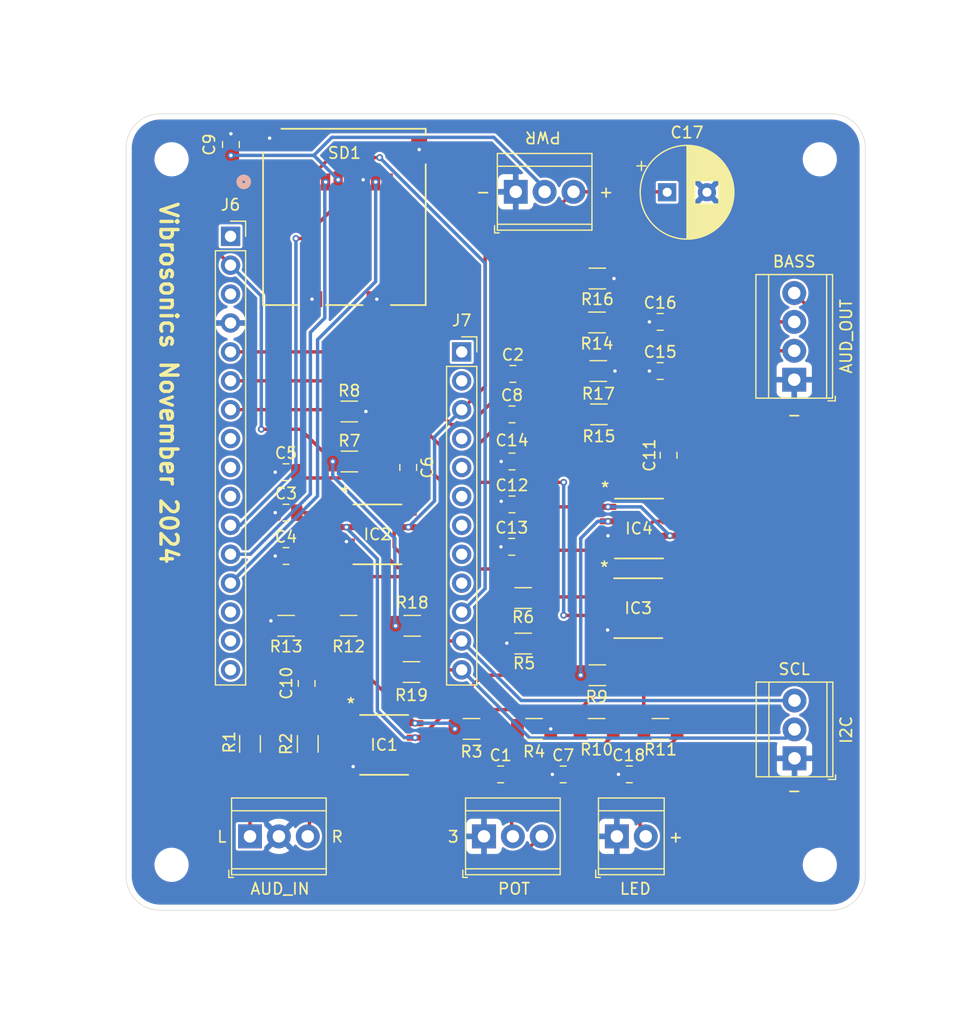
<source format=kicad_pcb>
(kicad_pcb (version 20240108) (generator "pcbnew") (generator_version "8.0")
  (layers (0 "F.Cu" signal) (31 "B.Cu" signal) (34 "B.Paste" user) (35 "F.Paste" user) (36 "B.SilkS" user "B.Silkscreen") (37 "F.SilkS" user "F.Silkscreen") (38 "B.Mask" user) (39 "F.Mask" user) (44 "Edge.Cuts" user))
  (net 0 "")
  (net 1 "GND")
  (net 2 "Net-(C2-Pad2)")
  (net 3 "Net-(C7-Pad2)")
  (net 4 "Net-(C8-Pad2)")
  (net 5 "A1")
  (net 6 "A0")
  (net 7 "3V3")
  (net 8 "A2")
  (net 9 "USB")
  (net 10 "Net-(C10-Pad2)")
  (net 11 "BASS_OUT")
  (net 12 "Net-(IC1-2IN+)")
  (net 13 "Net-(IC2-COM)")
  (net 14 "Net-(IC2-CLK)")
  (net 15 "Net-(IC2-OUT)")
  (net 16 "Net-(IC1-1IN+)")
  (net 17 "Net-(IC4-COM)")
  (net 18 "Net-(IC4-CLK)")
  (net 19 "Net-(IC1-1IN-)")
  (net 20 "Net-(IC1-2IN-)")
  (net 21 "Net-(IC1-2OUT)")
  (net 22 "Net-(IC3-1IN-)")
  (net 23 "Net-(IC3-1OUT)")
  (net 27 "Net-(J4-Pin_2)")
  (net 28 "Net-(J2-Pin_4)")
  (net 29 "Net-(J2-Pin_3)")
  (net 30 "Net-(J2-Pin_2)")
  (net 31 "Net-(J3-Pin_1)")
  (net 32 "Net-(J3-Pin_3)")
  (net 33 "Net-(J5-Pin_2)")
  (net 47 "SD_CS")
  (net 49 "MI")
  (net 50 "TX")
  (net 51 "RX")
  (net 52 "SCK")
  (net 53 "MO")
  (net 54 "SDA")
  (net 55 "SCL")
  (footprint "Capacitor_SMD:C_0805_2012Metric" (layer "F.Cu") (at 132.9336 108.056)
    (property "Reference" "C1")
    (property "Value" "10uF")
  )
  (footprint "Resistor_SMD:R_1206_3216Metric" (layer "F.Cu") (at 141.5241 72.606)
    (property "Reference" "R17")
    (property "Value" "1.5k")
  )
  (footprint "Resistor_SMD:R_1206_3216Metric" (layer "F.Cu") (at 141.5751 76.416)
    (property "Reference" "R15")
    (property "Value" "3.3k")
  )
  (footprint "TerminalBlock_TE-Connectivity:TerminalBlock_TE_282834-3_1x03_P2.54mm_Horizontal" (layer "F.Cu") (at 110.8966 113.5)
    (property "Reference" "J3" (hide yes))
    (property "Value" "Screw_Terminal_01x03")
  )
  (footprint "MAX7403CSA:21-0041B_8_MXM" (layer "F.Cu") (at 145.10045 86.449)
    (property "Reference" "IC4")
    (property "Value" "MAX7480ESA+")
  )
  (footprint "Resistor_SMD:R_1206_3216Metric" (layer "F.Cu") (at 119.5725 94.996 180)
    (property "Reference" "R12")
    (property "Value" "10k")
  )
  (footprint "Resistor_SMD:R_1206_3216Metric" (layer "F.Cu") (at 125.095 99.06 180)
    (property "Reference" "R19")
    (property "Value" "10k")
  )
  (footprint "Resistor_SMD:R_1206_3216Metric" (layer "F.Cu") (at 114.0725 94.996 180)
    (property "Reference" "R13")
    (property "Value" "10k")
  )
  (footprint "Resistor_SMD:R_1206_3216Metric" (layer "F.Cu") (at 115.9766 105.372 -90)
    (property "Reference" "R2")
    (property "Value" "10k")
  )
  (footprint "footprints:21-0041B_8_MXM" (layer "F.Cu") (at 122.1006 86.961)
    (property "Reference" "IC2")
    (property "Value" "MAX7403CSA+")
  )
  (footprint "Resistor_SMD:R_1206_3216Metric" (layer "F.Cu") (at 146.9898 104.056 180)
    (property "Reference" "R11")
    (property "Value" "150")
  )
  (footprint "Capacitor_SMD:C_0805_2012Metric" (layer "F.Cu") (at 144.2466 108.0516 180)
    (property "Reference" "C18")
    (property "Value" "0.1uF")
  )
  (footprint "Capacitor_THT:CP_Radial_D8.0mm_P3.50mm" (layer "F.Cu") (at 147.574 56.896)
    (property "Reference" "C17")
    (property "Value" "C_Polarized")
  )
  (footprint "TerminalBlock_TE-Connectivity:TerminalBlock_TE_282834-4_1x04_P2.54mm_Horizontal" (layer "F.Cu") (at 158.75 73.368 90)
    (property "Reference" "AUD_OUT")
    (property "Value" "Screw_Terminal_01x04")
  )
  (footprint "Capacitor_SMD:C_0805_2012Metric" (layer "F.Cu") (at 124.8076 81.079 -90)
    (property "Reference" "C6")
    (property "Value" "10uF")
  )
  (footprint "Capacitor_SMD:C_0805_2012Metric" (layer "F.Cu") (at 109.22 52.705 -90)
    (property "Reference" "C9")
    (property "Value" "100nF")
  )
  (footprint "Resistor_SMD:R_1206_3216Metric" (layer "F.Cu") (at 125.1605 94.996 180)
    (property "Reference" "R18")
    (property "Value" "10k")
  )
  (footprint "Resistor_SMD:R_1206_3216Metric" (layer "F.Cu") (at 141.4071 68.336)
    (property "Reference" "R14")
    (property "Value" "3.3k")
  )
  (footprint "Resistor_SMD:R_1206_3216Metric" (layer "F.Cu") (at 141.4381 99.339 180)
    (property "Reference" "R9")
    (property "Value" "22k")
  )
  (footprint "Connector_PinSocket_2.54mm:PinSocket_1x12_P2.54mm_Vertical" (layer "F.Cu") (at 129.5114 70.9296)
    (property "Reference" "J7")
    (property "Value" "Conn_01x12_Socket")
  )
  (footprint "Resistor_SMD:R_1206_3216Metric" (layer "F.Cu") (at 141.3761 104.056 180)
    (property "Reference" "R10")
    (property "Value" "6.2k")
  )
  (footprint "MountingHole:MountingHole_2.5mm" (layer "F.Cu") (at 161 54)
    (property "Reference" "REF**" (hide yes))
    (property "Value" "MountingHole_2.5mm")
  )
  (footprint "Capacitor_SMD:C_0805_2012Metric" (layer "F.Cu") (at 133.9336 76.416)
    (property "Reference" "C8")
    (property "Value" "10uF")
  )
  (footprint "TerminalBlock_TE-Connectivity:TerminalBlock_TE_282834-2_1x02_P2.54mm_Horizontal" (layer "F.Cu") (at 143.1546 113.5)
    (property "Reference" "J5" (hide yes))
    (property "Value" "Screw_Terminal_01x02")
  )
  (footprint "Resistor_SMD:R_1206_3216Metric" (layer "F.Cu") (at 130.3761 104.056)
    (property "Reference" "R3")
    (property "Value" "10k")
  )
  (footprint "Capacitor_SMD:C_0805_2012Metric" (layer "F.Cu") (at 133.9336 84.328)
    (property "Reference" "C12")
    (property "Value" "0.1uF")
  )
  (footprint "Capacitor_SMD:C_0805_2012Metric" (layer "F.Cu") (at 147.701 80.01 90)
    (property "Reference" "C11")
    (property "Value" "10uF")
  )
  (footprint "TerminalBlock_TE-Connectivity:TerminalBlock_TE_282834-3_1x03_P2.54mm_Horizontal" (layer "F.Cu") (at 131.4706 113.5)
    (property "Reference" "J4" (hide yes))
    (property "Value" "Screw_Terminal_01x03")
  )
  (footprint "adafruit_1660_microsd:CONN_1660_ADA" (layer "F.Cu") (at 119.196999 59.064)
    (property "Reference" "SD1")
    (property "Value" "~")
  )
  (footprint "Capacitor_SMD:C_0805_2012Metric" (layer "F.Cu") (at 114.0631 88.862)
    (property "Reference" "C4")
    (property "Value" "0.1uF")
  )
  (footprint "MountingHole:MountingHole_2.5mm" (layer "F.Cu") (at 161 116)
    (property "Reference" "REF**" (hide yes))
    (property "Value" "MountingHole_2.5mm")
  )
  (footprint "Connector_PinSocket_2.54mm:PinSocket_1x16_P2.54mm_Vertical" (layer "F.Cu") (at 109.1856 60.766)
    (property "Reference" "J6")
    (property "Value" "Conn_01x16_Socket")
  )
  (footprint "Resistor_SMD:R_1206_3216Metric" (layer "F.Cu") (at 134.9136 96.556 180)
    (property "Reference" "R5")
    (property "Value" "7.5k")
  )
  (footprint "TerminalBlock_TE-Connectivity:TerminalBlock_TE_282834-3_1x03_P2.54mm_Horizontal" (layer "F.Cu") (at 158.7756 106.642 90)
    (property "Reference" "J8" (hide yes))
    (property "Value" "Screw_Terminal_01x03")
  )
  (footprint "Capacitor_SMD:C_0805_2012Metric" (layer "F.Cu") (at 115.8761 100.056 -90)
    (property "Reference" "C10")
    (property "Value" "10uF")
  )
  (footprint "Capacitor_SMD:C_0805_2012Metric" (layer "F.Cu") (at 134.0106 72.86)
    (property "Reference" "C2")
    (property "Value" "10uF")
  )
  (footprint "Capacitor_SMD:C_0805_2012Metric" (layer "F.Cu") (at 114.0631 81.496)
    (property "Reference" "C5")
    (property "Value" "100pF")
  )
  (footprint "MountingHole:MountingHole_2.5mm" (layer "F.Cu") (at 104 54)
    (property "Reference" "REF**" (hide yes))
    (property "Value" "MountingHole_2.5mm")
  )
  (footprint "Resistor_SMD:R_1206_3216Metric" (layer "F.Cu") (at 119.6381 80.556)
    (property "Reference" "R7")
    (property "Value" "10k")
  )
  (footprint "MountingHole:MountingHole_2.5mm" (layer "F.Cu") (at 104 116)
    (property "Reference" "REF**" (hide yes))
    (property "Value" "MountingHole_2.5mm")
  )
  (footprint "Capacitor_SMD:C_0805_2012Metric" (layer "F.Cu") (at 114.0631 85.052)
    (property "Reference" "C3")
    (property "Value" "0.1uF")
  )
  (footprint "footprints:21-0041B_8_MXM" (layer "F.Cu") (at 122.68945 105.461)
    (property "Reference" "IC1")
    (property "Value" "LMV358IDR")
  )
  (footprint "Resistor_SMD:R_1206_3216Metric" (layer "F.Cu") (at 134.9136 92.556)
    (property "Reference" "R6")
    (property "Value" "5k")
  )
  (footprint "Resistor_SMD:R_1206_3216Metric" (layer "F.Cu") (at 119.6235 76.162)
    (property "Reference" "R8")
    (property "Value" "10k")
  )
  (footprint "Capacitor_SMD:C_0805_2012Metric" (layer "F.Cu") (at 146.9646 68.288)
    (property "Reference" "C16")
    (property "Value" "0.1uF")
  )
  (footprint "Capacitor_SMD:C_0805_2012Metric" (layer "F.Cu") (at 138.4336 108.056)
    (property "Reference" "C7")
    (property "Value" "10uF")
  )
  (footprint "TerminalBlock_TE-Connectivity:TerminalBlock_TE_282834-3_1x03_P2.54mm_Horizontal" (layer "F.Cu") (at 134.262949 56.858)
    (property "Reference" "J1" (hide yes))
    (property "Value" "Screw_Terminal_01x03")
  )
  (footprint "Resistor_SMD:R_1206_3216Metric" (layer "F.Cu") (at 135.8761 104.056)
    (property "Reference" "R4")
    (property "Value" "10k")
  )
  (footprint "Capacitor_SMD:C_0805_2012Metric" (layer "F.Cu") (at 133.9136 88.056)
    (property "Reference" "C13")
    (property "Value" "0.1uF")
  )
  (footprint "Resistor_SMD:R_1206_3216Metric" (layer "F.Cu") (at 141.4381 64.478 180)
    (property "Reference" "R16")
    (property "Value" "1.5k")
  )
  (footprint "Resistor_SMD:R_1206_3216Metric" (layer "F.Cu") (at 110.8966 105.372 -90)
    (property "Reference" "R1")
    (property "Value" "10k")
  )
  (footprint "Capacitor_SMD:C_0805_2012Metric" (layer "F.Cu") (at 133.9336 80.556)
    (property "Reference" "C14")
    (property "Value" "6.8nF")
  )
  (footprint "Capacitor_SMD:C_0805_2012Metric" (layer "F.Cu") (at 146.9646 72.606)
    (property "Reference" "C15")
    (property "Value" "0.1uF")
  )
  (footprint "footprints:21-0041B_8_MXM" (layer "F.Cu") (at 145.0356 93.449)
    (property "Reference" "IC3")
    (property "Value" "LMV358IDR")
  )
  (gr_arc (start 165 117) (mid 164.12132 119.12132) (end 162 120) (stroke (width 0.05)) (layer "Edge.Cuts"))
  (gr_line (start 165 53) (end 165 117) (stroke (width 0.05)) (layer "Edge.Cuts"))
  (gr_arc (start 103 120) (mid 100.87868 119.12132) (end 100 117) (stroke (width 0.05)) (layer "Edge.Cuts"))
  (gr_arc (start 100 53) (mid 100.87868 50.87868) (end 103 50) (stroke (width 0.05)) (layer "Edge.Cuts"))
  (gr_arc (start 162 50) (mid 164.12132 50.87868) (end 165 53) (stroke (width 0.05)) (layer "Edge.Cuts"))
  (gr_line (start 103 50) (end 162 50) (stroke (width 0.05)) (layer "Edge.Cuts"))
  (gr_line (start 100 117) (end 100 53) (stroke (width 0.05)) (layer "Edge.Cuts"))
  (gr_line (start 162 120) (end 103 120) (stroke (width 0.05)) (layer "Edge.Cuts"))
  (gr_text "BASS" (at 158.75 62.992 0) (layer "F.SilkS") (effects (font (size 1 1))))
  (gr_text "3" (at 128.778 113.538 0) (layer "F.SilkS") (effects (font (size 1 1))))
  (gr_text "L		   R" (at 113.538 113.538 0) (layer "F.SilkS") (effects (font (size 1 1))))
  (gr_text "-		    +" (at 136.802949 56.858 0) (layer "F.SilkS") (effects (font (size 1 1))))
  (gr_text "*" (at 119.253 83.312 0) (layer "F.SilkS") (effects (font (size 1 1))))
  (gr_text "PWR" (at 136.652 52.07 180) (layer "F.SilkS") (effects (font (size 1 1))))
  (gr_text "*" (at 142.1223 82.8676 0) (layer "F.SilkS") (effects (font (size 1 1))))
  (gr_text "Vibrosonics November 2024" (at 102.87 57.62 270) (layer "F.SilkS") (effects (font (size 1.5 1.5) (thickness 0.3) (bold yes)) (justify left bottom)))
  (gr_text "*" (at 142.05745 89.8676 0) (layer "F.SilkS") (effects (font (size 1 1))))
  (gr_text "-" (at 158.75 109.474 0) (layer "F.SilkS") (effects (font (size 1 1))))
  (gr_text "SCL" (at 158.75 98.806 0) (layer "F.SilkS") (effects (font (size 1 1))))
  (gr_text "+" (at 148.336 113.538 0) (layer "F.SilkS") (effects (font (size 1 1))))
  (gr_text "-" (at 158.75 76.454 0) (layer "F.SilkS") (effects (font (size 1 1))))
  (gr_text "AUD_IN" (at 113.538 118.11 0) (layer "F.SilkS") (effects (font (size 1 1))))
  (gr_text "LED" (at 144.78 118.11 0) (layer "F.SilkS") (effects (font (size 1 1))))
  (gr_text "I2C" (at 163.322 104.14 90) (layer "F.SilkS") (effects (font (size 1 1))))
  (gr_text "POT" (at 134.112 118.11 0) (layer "F.SilkS") (effects (font (size 1 1))))
  (gr_text "*" (at 119.761 101.854 0) (layer "F.SilkS") (effects (font (size 1 1))))
  (via (at 132.9836 80.556) (size 0.6) (drill 0.3) (layers "F.Cu" "B.Cu") (net 1))
  (via (at 113.1131 81.496) (size 0.6) (drill 0.3) (layers "F.Cu" "B.Cu") (net 1))
  (via (at 112.621955 52.144122) (size 0.6) (drill 0.3) (layers "F.Cu" "B.Cu") (net 1))
  (via (at 125.772043 53.144122) (size 0.6) (drill 0.3) (layers "F.Cu" "B.Cu") (net 1))
  (via (at 146.0146 68.288) (size 0.6) (drill 0.3) (layers "F.Cu" "B.Cu") (net 1))
  (via (at 142.3384 95.3644) (size 0.6) (drill 0.3) (layers "F.Cu" "B.Cu") (net 1))
  (via (at 133.477 96.52) (size 0.6) (drill 0.3) (layers "F.Cu" "B.Cu") (net 1))
  (via (at 137.4836 108.056) (size 0.6) (drill 0.3) (layers "F.Cu" "B.Cu") (net 1))
  (via (at 119.37645 87.596) (size 0.6) (drill 0.3) (layers "F.Cu" "B.Cu") (net 1))
  (via (at 142.3763 87.084) (size 0.6) (drill 0.3) (layers "F.Cu" "B.Cu") (net 1))
  (via (at 146.0146 72.606) (size 0.6) (drill 0.3) (layers "F.Cu" "B.Cu") (net 1))
  (via (at 112.737 94.556) (size 0.6) (drill 0.3) (layers "F.Cu" "B.Cu") (net 1))
  (via (at 121.086 76.162) (size 0.6) (drill 0.3) (layers "F.Cu" "B.Cu") (net 1))
  (via (at 142.9006 64.478) (size 0.6) (drill 0.3) (layers "F.Cu" "B.Cu") (net 1))
  (via (at 142.9866 72.606) (size 0.6) (drill 0.3) (layers "F.Cu" "B.Cu") (net 1))
  (via (at 122.047 66.294) (size 0.6) (drill 0.3) (layers "F.Cu" "B.Cu") (net 1))
  (via (at 116.346998 66.294) (size 0.6) (drill 0.3) (layers "F.Cu" "B.Cu") (net 1))
  (via (at 132.9636 88.056) (size 0.6) (drill 0.3) (layers "F.Cu" "B.Cu") (net 1))
  (via (at 143.2966 108.0516) (size 0.6) (drill 0.3) (layers "F.Cu" "B.Cu") (net 1))
  (via (at 113.1131 85.052) (size 0.6) (drill 0.3) (layers "F.Cu" "B.Cu") (net 1))
  (via (at 119.9653 107.366) (size 0.6) (drill 0.3) (layers "F.Cu" "B.Cu") (net 1))
  (via (at 120.846998 55.794) (size 0.6) (drill 0.3) (layers "F.Cu" "B.Cu") (net 1))
  (via (at 113.1131 88.862) (size 0.6) (drill 0.3) (layers "F.Cu" "B.Cu") (net 1))
  (via (at 137.3386 104.056) (size 0.6) (drill 0.3) (layers "F.Cu" "B.Cu") (net 1))
  (via (at 132.9836 84.056) (size 0.6) (drill 0.3) (layers "F.Cu" "B.Cu") (net 1))
  (via (at 109.22 51.755) (size 0.6) (drill 0.3) (layers "F.Cu" "B.Cu") (net 1))
  (segment (start 134.9606 72.86) (end 135.5713 72.86) (width 0.3) (layer "F.Cu") (net 2))
  (segment (start 135.5713 72.86) (end 139.9446 68.4867) (width 0.3) (layer "F.Cu") (net 2))
  (segment (start 139.9446 68.336) (end 139.9446 64.509) (width 0.3) (layer "F.Cu") (net 2))
  (segment (start 139.3836 108.056) (end 142.8386 104.601) (width 0.3) (layer "F.Cu") (net 3))
  (segment (start 140.1126 76.416) (end 140.1126 73.165) (width 0.3) (layer "F.Cu") (net 4))
  (segment (start 140.1126 76.416) (end 134.8836 76.416) (width 0.3) (layer "F.Cu") (net 4))
  (segment (start 121.9386 73.466) (end 128.2794 79.8068) (width 0.3) (layer "F.Cu") (net 5))
  (segment (start 128.2794 79.8068) (end 130.2388 79.8068) (width 0.3) (layer "F.Cu") (net 5))
  (segment (start 130.2388 79.8068) (end 132.9836 77.062) (width 0.3) (layer "F.Cu") (net 5))
  (segment (start 109.1856 73.466) (end 121.9386 73.466) (width 0.3) (layer "F.Cu") (net 5))
  (segment (start 132.9836 77.062) (end 132.9836 76.416) (width 0.3) (layer "F.Cu") (net 5))
  (segment (start 130.2006 77.305) (end 133.0606 74.445) (width 0.3) (layer "F.Cu") (net 6))
  (segment (start 128.5716 77.305) (end 130.2006 77.305) (width 0.3) (layer "F.Cu") (net 6))
  (segment (start 133.0606 74.445) (end 133.0606 72.86) (width 0.3) (layer "F.Cu") (net 6))
  (segment (start 122.1926 70.926) (end 128.5716 77.305) (width 0.3) (layer "F.Cu") (net 6))
  (segment (start 109.1856 70.926) (end 122.1926 70.926) (width 0.3) (layer "F.Cu") (net 6))
  (segment (start 123.6325 99.06) (end 123.6325 95.0615) (width 0.3) (layer "F.Cu") (net 7))
  (segment (start 118.1756 80.556) (end 115.3436 77.724) (width 0.3) (layer "F.Cu") (net 7))
  (segment (start 115.3436 77.724) (end 111.887 77.724) (width 0.3) (layer "F.Cu") (net 7))
  (segment (start 109.22 53.655) (end 106.68 56.195) (width 0.3) (layer "F.Cu") (net 7))
  (segment (start 106.68 60.8004) (end 109.1856 63.306) (width 0.3) (layer "F.Cu") (net 7))
  (segment (start 106.68 56.195) (end 106.68 60.8004) (width 0.3) (layer "F.Cu") (net 7))
  (via (at 118.1756 80.556) (size 0.6) (drill 0.3) (layers "F.Cu" "B.Cu") (net 7))
  (via (at 109.22 53.655) (size 0.6) (drill 0.3) (layers "F.Cu" "B.Cu") (net 7))
  (via (at 123.698 94.996) (size 0.6) (drill 0.3) (layers "F.Cu" "B.Cu") (net 7))
  (via (at 118.647 55.794) (size 0.6) (drill 0.3) (layers "F.Cu" "B.Cu") (net 7))
  (via (at 111.887 77.724) (size 0.6) (drill 0.3) (layers "F.Cu" "B.Cu") (net 7))
  (segment (start 109.1856 63.306) (end 111.887 66.0074) (width 0.3) (layer "B.Cu") (net 7))
  (segment (start 118.647 55.794) (end 116.508 53.655) (width 0.3) (layer "B.Cu") (net 7))
  (segment (start 116.508 53.655) (end 109.22 53.655) (width 0.3) (layer "B.Cu") (net 7))
  (segment (start 111.887 66.0074) (end 111.887 77.724) (width 0.3) (layer "B.Cu") (net 7))
  (segment (start 123.6325 94.9305) (end 123.6325 87.3105) (width 0.3) (layer "B.Cu") (net 7))
  (segment (start 123.698 94.996) (end 123.6325 94.9305) (width 0.3) (layer "B.Cu") (net 7))
  (segment (start 116.508 53.655) (end 118.093 52.07) (width 0.3) (layer "B.Cu") (net 7))
  (segment (start 123.6325 87.3105) (end 118.1756 81.8536) (width 0.3) (layer "B.Cu") (net 7))
  (segment (start 132.334 52.07) (end 136.802949 56.538949) (width 0.3) (layer "B.Cu") (net 7))
  (segment (start 118.093 52.07) (end 132.334 52.07) (width 0.3) (layer "B.Cu") (net 7))
  (segment (start 118.1756 81.8536) (end 118.1756 80.556) (width 0.3) (layer "B.Cu") (net 7))
  (segment (start 109.1856 76.006) (end 118.005 76.006) (width 0.3) (layer "F.Cu") (net 8))
  (segment (start 121.1006 79.1016) (end 121.1006 80.556) (width 0.3) (layer "F.Cu") (net 8))
  (segment (start 127.7886 82.385) (end 125.5326 80.129) (width 0.3) (layer "F.Cu") (net 8))
  (segment (start 142.31145 94.084) (end 138.4926 94.084) (width 0.3) (layer "F.Cu") (net 8))
  (segment (start 121.5276 80.129) (end 124.8076 80.129) (width 0.3) (layer "F.Cu") (net 8))
  (segment (start 118.161 76.162) (end 121.1006 79.1016) (width 0.3) (layer "F.Cu") (net 8))
  (segment (start 138.4776 82.385) (end 127.7886 82.385) (width 0.3) (layer "F.Cu") (net 8))
  (segment (start 125.5326 80.129) (end 124.8076 80.129) (width 0.3) (layer "F.Cu") (net 8))
  (segment (start 138.4926 94.084) (end 138.4776 94.069) (width 0.3) (layer "F.Cu") (net 8))
  (segment (start 121.1006 80.556) (end 121.5276 80.129) (width 0.3) (layer "F.Cu") (net 8))
  (via (at 138.4776 82.385) (size 0.6) (drill 0.3) (layers "F.Cu" "B.Cu") (net 8))
  (via (at 138.4776 94.069) (size 0.6) (drill 0.3) (layers "F.Cu" "B.Cu") (net 8))
  (segment (start 138.4776 94.069) (end 138.4776 82.385) (width 0.3) (layer "B.Cu") (net 8))
  (segment (start 137.526949 58.674) (end 132.969 58.674) (width 0.3) (layer "F.Cu") (net 9))
  (segment (start 146.3516 85.814) (end 147.8246 85.814) (width 0.3) (layer "F.Cu") (net 9))
  (segment (start 146.899349 56.858) (end 139.342949 56.858) (width 0.3) (layer "F.Cu") (net 9))
  (segment (start 131.572 73.949) (end 129.5114 76.0096) (width 0.3) (layer "F.Cu") (net 9))
  (segment (start 133.4511 90.0309) (end 133.477 90.005) (width 0.3) (layer "F.Cu") (net 9))
  (segment (start 128.077175 90.678) (end 128.750175 90.005) (width 0.3) (layer "F.Cu") (net 9))
  (segment (start 128.750175 90.005) (end 128.8307 90.005) (width 0.3) (layer "F.Cu") (net 9))
  (segment (start 143.8116 88.354) (end 146.3516 85.814) (width 0.3) (layer "F.Cu") (net 9))
  (segment (start 142.5416 88.354) (end 143.8116 88.354) (width 0.3) (layer "F.Cu") (net 9))
  (segment (start 121.162 90.65155) (end 121.18845 90.678) (width 0.3) (layer "F.Cu") (net 9))
  (segment (start 144.56975 88.354) (end 147.75975 91.544) (width 0.3) (layer "F.Cu") (net 9))
  (segment (start 135.1616 88.354) (end 142.3763 88.354) (width 0.3) (layer "F.Cu") (net 9))
  (segment (start 132.969 58.674) (end 131.572 60.071) (width 0.3) (layer "F.Cu") (net 9))
  (segment (start 133.477 90.005) (end 134.8636 88.6184) (width 0.3) (layer "F.Cu") (net 9))
  (segment (start 119.37645 88.866) (end 115.0171 88.866) (width 0.3) (layer "F.Cu") (net 9))
  (segment (start 131.572 60.071) (end 131.572 73.949) (width 0.3) (layer "F.Cu") (net 9))
  (segment (start 121.162 90.65155) (end 119.37645 88.866) (width 0.3) (layer "F.Cu") (net 9))
  (segment (start 139.342949 56.858) (end 137.526949 58.674) (width 0.3) (layer "F.Cu") (net 9))
  (segment (start 121.18845 90.678) (end 128.077175 90.678) (width 0.3) (layer "F.Cu") (net 9))
  (segment (start 133.4511 92.556) (end 133.4511 90.0309) (width 0.3) (layer "F.Cu") (net 9))
  (segment (start 142.3763 88.354) (end 144.56975 88.354) (width 0.3) (layer "F.Cu") (net 9))
  (segment (start 128.8307 90.005) (end 133.477 90.005) (width 0.3) (layer "F.Cu") (net 9))
  (segment (start 125.4136 103.556) (end 121.162 99.3044) (width 0.3) (layer "F.Cu") (net 9))
  (segment (start 125.1517 86.326) (end 128.8307 90.005) (width 0.3) (layer "F.Cu") (net 9))
  (segment (start 121.162 99.3044) (end 121.162 90.65155) (width 0.3) (layer "F.Cu") (net 9))
  (via (at 128.9136 104.056) (size 0.6) (drill 0.3) (layers "F.Cu" "B.Cu") (net 9))
  (via (at 124.82475 86.326) (size 0.6) (drill 0.3) (layers "F.Cu" "B.Cu") (net 9))
  (via (at 125.4136 103.556) (size 0.6) (drill 0.3) (layers "F.Cu" "B.Cu") (net 9))
  (segment (start 124.82475 86.326) (end 127.127 84.02375) (width 0.3) (layer "B.Cu") (net 9))
  (segment (start 125.4136 103.556) (end 128.4136 103.556) (width 0.3) (layer "B.Cu") (net 9))
  (segment (start 127.127 84.02375) (end 127.127 78.394) (width 0.3) (layer "B.Cu") (net 9))
  (segment (start 127.127 78.394) (end 129.5114 76.0096) (width 0.3) (layer "B.Cu") (net 9))
  (segment (start 128.4136 103.556) (end 128.9136 104.056) (width 0.3) (layer "B.Cu") (net 9))
  (segment (start 115.9766 103.9095) (end 110.8966 103.9095) (width 0.3) (layer "F.Cu") (net 10))
  (segment (start 115.9766 103.9095) (end 115.9766 101.1065) (width 0.3) (layer "F.Cu") (net 10))
  (segment (start 149.225 82.484) (end 147.701 80.96) (width 0.3) (layer "F.Cu") (net 11))
  (segment (start 148.501 88.354) (end 149.225 87.63) (width 0.3) (layer "F.Cu") (net 11))
  (segment (start 147.8246 88.354) (end 148.501 88.354) (width 0.3) (layer "F.Cu") (net 11))
  (segment (start 149.225 87.63) (end 149.225 82.484) (width 0.3) (layer "F.Cu") (net 11))
  (segment (start 131.8386 104.056) (end 134.4136 104.056) (width 0.3) (layer "F.Cu") (net 12))
  (segment (start 131.9836 108.056) (end 131.9836 104.201) (width 0.3) (layer "F.Cu") (net 12))
  (segment (start 126.1036 108.056) (end 125.4136 107.366) (width 0.3) (layer "F.Cu") (net 12))
  (segment (start 131.8312 108.056) (end 126.1036 108.056) (width 0.3) (layer "F.Cu") (net 12))
  (segment (start 126.252162 88.696462) (end 126.252162 89.881822) (width 0.3) (layer "F.Cu") (net 13))
  (segment (start 120.1842 85.056) (end 119.5586 85.056) (width 0.3) (layer "F.Cu") (net 13))
  (segment (start 122.555 88.54466) (end 122.555 87.4268) (width 0.3) (layer "F.Cu") (net 13))
  (segment (start 125.1517 87.596) (end 126.252162 88.696462) (width 0.3) (layer "F.Cu") (net 13))
  (segment (start 123.892162 89.881822) (end 122.555 88.54466) (width 0.3) (layer "F.Cu") (net 13))
  (segment (start 115.0171 85.056) (end 119.37645 85.056) (width 0.3) (layer "F.Cu") (net 13))
  (segment (start 122.555 87.4268) (end 120.1842 85.056) (width 0.3) (layer "F.Cu") (net 13))
  (segment (start 126.252162 89.881822) (end 123.892162 89.881822) (width 0.3) (layer "F.Cu") (net 13))
  (segment (start 126.0316 83.84915) (end 126.0316 81.623) (width 0.3) (layer "F.Cu") (net 14))
  (segment (start 123.136 82.004) (end 115.5211 82.004) (width 0.3) (layer "F.Cu") (net 14))
  (segment (start 115.5211 82.004) (end 115.0131 81.496) (width 0.3) (layer "F.Cu") (net 14))
  (segment (start 126.0316 81.623) (end 125.5236 81.115) (width 0.3) (layer "F.Cu") (net 14))
  (segment (start 125.5236 81.115) (end 124.025 81.115) (width 0.3) (layer "F.Cu") (net 14))
  (segment (start 124.82475 85.056) (end 126.0316 83.84915) (width 0.3) (layer "F.Cu") (net 14))
  (segment (start 124.025 81.115) (end 123.136 82.004) (width 0.3) (layer "F.Cu") (net 14))
  (segment (start 124.3612 88.866) (end 123.571 88.0758) (width 0.3) (layer "F.Cu") (net 15))
  (segment (start 123.571 88.0758) (end 123.571 83.2656) (width 0.3) (layer "F.Cu") (net 15))
  (segment (start 123.571 83.2656) (end 124.8076 82.029) (width 0.3) (layer "F.Cu") (net 15))
  (segment (start 119.50175 106.096) (end 118.11 104.70425) (width 0.3) (layer "F.Cu") (net 16))
  (segment (start 118.11 104.70425) (end 118.11 101.3399) (width 0.3) (layer "F.Cu") (net 16))
  (segment (start 115.535 98.6151) (end 115.951 99.0311) (width 0.3) (layer "F.Cu") (net 16))
  (segment (start 118.11 94.996) (end 115.535 94.996) (width 0.3) (layer "F.Cu") (net 16))
  (segment (start 115.535 94.996) (end 115.535 98.6151) (width 0.3) (layer "F.Cu") (net 16))
  (segment (start 118.11 101.3399) (end 115.8761 99.106) (width 0.3) (layer "F.Cu") (net 16))
  (segment (start 142.3763 84.544) (end 135.0996 84.544) (width 0.3) (layer "F.Cu") (net 17))
  (via (at 142.3763 84.544) (size 0.6) (drill 0.3) (layers "F.Cu" "B.Cu") (net 17))
  (via (at 147.8246 87.084) (size 0.6) (drill 0.3) (layers "F.Cu" "B.Cu") (net 17))
  (segment (start 145.2754 84.544) (end 142.3763 84.544) (width 0.3) (layer "B.Cu") (net 17))
  (segment (start 147.8154 87.084) (end 145.2754 84.544) (width 0.3) (layer "B.Cu") (net 17))
  (segment (start 147.8246 87.084) (end 147.8154 87.084) (width 0.3) (layer "B.Cu") (net 17))
  (segment (start 138.0456 80.556) (end 134.8836 80.556) (width 0.3) (layer "F.Cu") (net 18))
  (segment (start 140.5096 83.02) (end 138.0456 80.556) (width 0.3) (layer "F.Cu") (net 18))
  (segment (start 146.3516 83.02) (end 140.5096 83.02) (width 0.3) (layer "F.Cu") (net 18))
  (segment (start 147.8246 84.493) (end 146.3516 83.02) (width 0.3) (layer "F.Cu") (net 18))
  (segment (start 119.9653 104.826) (end 119.9653 103.556) (width 0.3) (layer "F.Cu") (net 19))
  (segment (start 134.6676 115.278) (end 129.883 115.278) (width 0.3) (layer "F.Cu") (net 19))
  (segment (start 136.4456 113.5) (end 134.6676 115.278) (width 0.3) (layer "F.Cu") (net 19))
  (segment (start 122.0726 106.134) (end 120.7646 104.826) (width 0.3) (layer "F.Cu") (net 19))
  (segment (start 120.7646 104.826) (end 119.9653 104.826) (width 0.3) (layer "F.Cu") (net 19))
  (segment (start 122.0726 107.4676) (end 122.0726 106.134) (width 0.3) (layer "F.Cu") (net 19))
  (segment (start 129.883 115.278) (end 122.0726 107.4676) (width 0.3) (layer "F.Cu") (net 19))
  (segment (start 129.87 106.096) (end 130.302 105.664) (width 0.3) (layer "F.Cu") (net 20))
  (segment (start 138.2196 102.362) (end 139.9136 104.056) (width 0.3) (layer "F.Cu") (net 20))
  (segment (start 131.318 102.362) (end 138.2196 102.362) (width 0.3) (layer "F.Cu") (net 20))
  (segment (start 130.302 103.378) (end 131.318 102.362) (width 0.3) (layer "F.Cu") (net 20))
  (segment (start 125.4136 106.096) (end 129.87 106.096) (width 0.3) (layer "F.Cu") (net 20))
  (segment (start 139.9136 102.326) (end 142.9006 99.339) (width 0.3) (layer "F.Cu") (net 20))
  (segment (start 130.302 105.664) (end 130.302 103.378) (width 0.3) (layer "F.Cu") (net 20))
  (segment (start 139.9136 104.056) (end 139.9136 102.326) (width 0.3) (layer "F.Cu") (net 20))
  (segment (start 125.87715 104.826) (end 131.36415 99.339) (width 0.3) (layer "F.Cu") (net 21))
  (segment (start 131.36415 99.339) (end 139.9756 99.339) (width 0.3) (layer "F.Cu") (net 21))
  (via (at 142.3763 85.814) (size 0.6) (drill 0.3) (layers "F.Cu" "B.Cu") (net 21))
  (via (at 119.37645 86.326) (size 0.6) (drill 0.3) (layers "F.Cu" "B.Cu") (net 21))
  (via (at 139.9756 99.339) (size 0.6) (drill 0.3) (layers "F.Cu" "B.Cu") (net 21))
  (via (at 125.4136 104.826) (size 0.6) (drill 0.3) (layers "F.Cu" "B.Cu") (net 21))
  (segment (start 125.4136 104.826) (end 124.4696 104.826) (width 0.3) (layer "B.Cu") (net 21))
  (segment (start 139.9756 87.306315) (end 139.9756 99.339) (width 0.3) (layer "B.Cu") (net 21))
  (segment (start 119.37645 86.39785) (end 119.37645 86.326) (width 0.3) (layer "B.Cu") (net 21))
  (segment (start 142.3763 85.814) (end 141.467915 85.814) (width 0.3) (layer "B.Cu") (net 21))
  (segment (start 141.467915 85.814) (end 139.9756 87.306315) (width 0.3) (layer "B.Cu") (net 21))
  (segment (start 122.0946 89.116) (end 119.37645 86.39785) (width 0.3) (layer "B.Cu") (net 21))
  (segment (start 124.4696 104.826) (end 122.0946 102.451) (width 0.3) (layer "B.Cu") (net 21))
  (segment (start 122.0946 102.451) (end 122.0946 89.116) (width 0.3) (layer "B.Cu") (net 21))
  (segment (start 136.4761 92.456) (end 141.95345 92.456) (width 0.3) (layer "F.Cu") (net 22))
  (segment (start 141.95345 92.456) (end 142.30905 92.8116) (width 0.3) (layer "F.Cu") (net 22))
  (segment (start 136.3761 96.556) (end 136.3761 92.556) (width 0.3) (layer "F.Cu") (net 22))
  (segment (start 145.5166 94.4222) (end 145.5166 104.0453) (width 0.3) (layer "F.Cu") (net 23))
  (segment (start 142.6384 91.544) (end 145.5166 94.4222) (width 0.3) (layer "F.Cu") (net 23))
  (segment (start 133.9056 113.5) (end 133.9056 108.078) (width 0.3) (layer "F.Cu") (net 27))
  (segment (start 160.528 74.93) (end 160.528 67.526) (width 0.3) (layer "F.Cu") (net 28))
  (segment (start 160.528 67.526) (end 158.75 65.748) (width 0.3) (layer "F.Cu") (net 28))
  (segment (start 147.701 79.06) (end 151.577 75.184) (width 0.3) (layer "F.Cu") (net 28))
  (segment (start 151.577 75.184) (end 160.274 75.184) (width 0.3) (layer "F.Cu") (net 28))
  (segment (start 160.274 75.184) (end 160.528 74.93) (width 0.3) (layer "F.Cu") (net 28))
  (segment (start 144.1876 67.018) (end 146.6446 67.018) (width 0.3) (layer "F.Cu") (net 29))
  (segment (start 142.8696 68.336) (end 144.1876 67.018) (width 0.3) (layer "F.Cu") (net 29))
  (segment (start 146.6446 67.018) (end 147.9146 68.288) (width 0.3) (layer "F.Cu") (net 29))
  (segment (start 147.9146 68.288) (end 158.75 68.288) (width 0.3) (layer "F.Cu") (net 29))
  (segment (start 144.1046 76.416) (end 147.9146 72.606) (width 0.3) (layer "F.Cu") (net 30))
  (segment (start 149.6926 70.828) (end 158.75 70.828) (width 0.3) (layer "F.Cu") (net 30))
  (segment (start 143.0376 76.416) (end 144.1046 76.416) (width 0.3) (layer "F.Cu") (net 30))
  (segment (start 147.9146 72.606) (end 149.6926 70.828) (width 0.3) (layer "F.Cu") (net 30))
  (segment (start 110.8966 106.8345) (end 110.8966 113.5) (width 0.3) (layer "F.Cu") (net 31))
  (segment (start 116.1256 113.351) (end 116.1256 106.9835) (width 0.3) (layer "F.Cu") (net 32))
  (segment (start 148.4523 104.056) (end 148.4523 104.8111) (width 0.3) (layer "F.Cu") (net 33))
  (segment (start 145.1966 108.0516) (end 145.1966 113.002) (width 0.3) (layer "F.Cu") (net 33))
  (segment (start 148.4523 104.8111) (end 145.2118 108.0516) (width 0.3) (layer "F.Cu") (net 33))
  (segment (start 122.301 53.848) (end 117.9373 53.848) (width 0.3) (layer "F.Cu") (net 47))
  (segment (start 116.446999 55.338301) (end 116.446999 56.194) (width 0.3) (layer "F.Cu") (net 47))
  (segment (start 117.9373 53.848) (end 116.446999 55.338301) (width 0.3) (layer "F.Cu") (net 47))
  (via (at 122.301 53.848) (size 0.6) (drill 0.3) (layers "F.Cu" "B.Cu") (net 47))
  (segment (start 131.572 63.119) (end 122.301 53.848) (width 0.3) (layer "B.Cu") (net 47))
  (segment (start 131.572 91.729) (end 131.572 63.119) (width 0.3) (layer "B.Cu") (net 47))
  (segment (start 129.5114 93.7896) (end 131.572 91.729) (width 0.3) (layer "B.Cu") (net 47))
  (via (at 121.946999 55.994) (size 0.6) (drill 0.3) (layers "F.Cu" "B.Cu") (net 49))
  (segment (start 109.1856 91.246) (end 116.84 83.5916) (width 0.3) (layer "B.Cu") (net 49))
  (segment (start 121.946999 64.743001) (end 121.946999 55.994) (width 0.3) (layer "B.Cu") (net 49))
  (segment (start 116.84 83.5916) (end 116.84 69.85) (width 0.3) (layer "B.Cu") (net 49))
  (segment (start 116.84 69.85) (end 121.946999 64.743001) (width 0.3) (layer "B.Cu") (net 49))
  (segment (start 115.57 60.96) (end 119.746998 56.783002) (width 0.3) (layer "F.Cu") (net 52))
  (segment (start 119.746998 56.783002) (end 119.746998 55.994) (width 0.3) (layer "F.Cu") (net 52))
  (segment (start 114.935 60.96) (end 115.57 60.96) (width 0.3) (layer "F.Cu") (net 52))
  (via (at 114.935 60.96) (size 0.6) (drill 0.3) (layers "F.Cu" "B.Cu") (net 52))
  (segment (start 109.1856 86.166) (end 110.049 86.166) (width 0.3) (layer "B.Cu") (net 52))
  (segment (start 110.049 86.166) (end 114.935 81.28) (width 0.3) (layer "B.Cu") (net 52))
  (segment (start 114.935 81.28) (end 114.935 60.96) (width 0.3) (layer "B.Cu") (net 52))
  (via (at 117.547 55.994) (size 0.6) (drill 0.3) (layers "F.Cu" "B.Cu") (net 53))
  (segment (start 117.475 67.945) (end 117.475 56.066) (width 0.3) (layer "B.Cu") (net 53))
  (segment (start 110.919 88.706) (end 116.205 83.42) (width 0.3) (layer "B.Cu") (net 53))
  (segment (start 116.205 83.42) (end 116.205 69.215) (width 0.3) (layer "B.Cu") (net 53))
  (segment (start 116.205 69.215) (end 117.475 67.945) (width 0.3) (layer "B.Cu") (net 53))
  (segment (start 109.1856 88.706) (end 110.919 88.706) (width 0.3) (layer "B.Cu") (net 53))
  (segment (start 117.475 56.066) (end 117.547 55.994) (width 0.3) (layer "B.Cu") (net 53))
  (segment (start 129.5114 98.8696) (end 126.7479 98.8696) (width 0.3) (layer "F.Cu") (net 54))
  (segment (start 129.5114 98.8696) (end 135.5058 104.864) (width 0.3) (layer "B.Cu") (net 54))
  (segment (start 135.5058 104.864) (end 158.0136 104.864) (width 0.3) (layer "B.Cu") (net 54))
  (segment (start 158.0136 104.864) (end 158.7756 104.102) (width 0.3) (layer "B.Cu") (net 54))
  (segment (start 127.9566 96.3296) (end 126.623 94.996) (width 0.3) (layer "F.Cu") (net 55))
  (segment (start 129.5114 96.3296) (end 127.9566 96.3296) (width 0.3) (layer "F.Cu") (net 55))
  (segment (start 134.7438 101.562) (end 158.7756 101.562) (width 0.3) (layer "B.Cu") (net 55))
  (segment (start 129.5114 96.3296) (end 134.7438 101.562) (width 0.3) (layer "B.Cu") (net 55))
  (zone (net 1) (net_name "GND") (layer "B.Cu") (connect_pads (clearance 0)) (min_thickness 0.25) (fill yes (thermal_gap 0.5) (thermal_bridge_width 0.5))
    (polygon (pts (xy 90 40) (xy 175 40) (xy 175 130) (xy 90 130)))
  )
)
</source>
